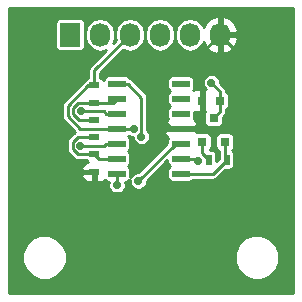
<source format=gtl>
G04 #@! TF.FileFunction,Copper,L1,Top,Signal*
%FSLAX46Y46*%
G04 Gerber Fmt 4.6, Leading zero omitted, Abs format (unit mm)*
G04 Created by KiCad (PCBNEW 4.0.1-stable) date 2/21/2016 12:36:31 PM*
%MOMM*%
G01*
G04 APERTURE LIST*
%ADD10C,0.100000*%
%ADD11R,0.800000X0.750000*%
%ADD12R,0.800100X0.800100*%
%ADD13R,1.727200X2.032000*%
%ADD14O,1.727200X2.032000*%
%ADD15R,0.900000X0.500000*%
%ADD16R,0.500000X0.900000*%
%ADD17R,1.500000X0.600000*%
%ADD18C,0.700000*%
%ADD19C,0.250000*%
%ADD20C,0.254000*%
G04 APERTURE END LIST*
D10*
D11*
X143350000Y-76600000D03*
X141850000Y-76600000D03*
D12*
X141850000Y-80075760D03*
X143750000Y-80075760D03*
X142800000Y-78076780D03*
D13*
X130650000Y-71025000D03*
D14*
X133190000Y-71025000D03*
X135730000Y-71025000D03*
X138270000Y-71025000D03*
X140810000Y-71025000D03*
X143350000Y-71025000D03*
D15*
X132700000Y-75300000D03*
X132700000Y-76800000D03*
X132700000Y-78225000D03*
X132700000Y-79725000D03*
X132700000Y-81150000D03*
X132700000Y-82650000D03*
D16*
X142400000Y-81600000D03*
X143900000Y-81600000D03*
D17*
X134625000Y-75165000D03*
X134625000Y-76435000D03*
X134625000Y-77705000D03*
X134625000Y-78975000D03*
X134625000Y-80245000D03*
X134625000Y-81515000D03*
X134625000Y-82785000D03*
X140025000Y-82785000D03*
X140025000Y-81515000D03*
X140025000Y-80245000D03*
X140025000Y-78975000D03*
X140025000Y-77705000D03*
X140025000Y-76435000D03*
X140025000Y-75165000D03*
D18*
X142625000Y-75075000D03*
X138625000Y-78300000D03*
X138225000Y-83375000D03*
X131525000Y-80425000D03*
X131550000Y-77500000D03*
X136050000Y-78975000D03*
X136425000Y-83400000D03*
X136700000Y-79650000D03*
X134625000Y-83775000D03*
X141475000Y-81725000D03*
D19*
X143350000Y-76600000D02*
X143350000Y-75800000D01*
X143350000Y-75800000D02*
X142625000Y-75075000D01*
X143350000Y-76600000D02*
X143350000Y-77526780D01*
X143350000Y-77526780D02*
X142800000Y-78076780D01*
X138225000Y-84450000D02*
X142800000Y-84450000D01*
X144775000Y-72450000D02*
X143350000Y-71025000D01*
X144775000Y-82475000D02*
X144775000Y-72450000D01*
X142800000Y-84450000D02*
X144775000Y-82475000D01*
X132700000Y-82650000D02*
X132700000Y-83700000D01*
X133450000Y-84450000D02*
X138225000Y-84450000D01*
X132700000Y-83700000D02*
X133450000Y-84450000D01*
X138625000Y-78300000D02*
X139300000Y-78975000D01*
X139300000Y-78975000D02*
X140025000Y-78975000D01*
X138225000Y-83375000D02*
X138225000Y-84450000D01*
X138225000Y-84450000D02*
X138225000Y-84400000D01*
X138225000Y-84400000D02*
X138225000Y-84450000D01*
X141850000Y-76600000D02*
X141850000Y-78150000D01*
X141025000Y-78975000D02*
X140025000Y-78975000D01*
X141850000Y-78150000D02*
X141025000Y-78975000D01*
X141850000Y-76600000D02*
X141850000Y-72525000D01*
X141850000Y-72525000D02*
X143350000Y-71025000D01*
X141850000Y-80075760D02*
X141850000Y-81050000D01*
X141850000Y-81050000D02*
X142400000Y-81600000D01*
X140025000Y-82785000D02*
X142715000Y-82785000D01*
X142715000Y-82785000D02*
X143900000Y-81600000D01*
X143750000Y-80075760D02*
X143750000Y-81450000D01*
X143750000Y-81450000D02*
X143900000Y-81600000D01*
X134625000Y-80245000D02*
X133705000Y-80245000D01*
X133525000Y-80425000D02*
X131525000Y-80425000D01*
X133705000Y-80245000D02*
X133525000Y-80425000D01*
X134625000Y-77705000D02*
X133730000Y-77705000D01*
X133525000Y-77500000D02*
X131550000Y-77500000D01*
X133730000Y-77705000D02*
X133525000Y-77500000D01*
X134625000Y-78975000D02*
X131500000Y-78975000D01*
X132200000Y-75300000D02*
X132700000Y-75300000D01*
X130475000Y-77025000D02*
X132200000Y-75300000D01*
X130475000Y-77950000D02*
X130475000Y-77025000D01*
X131500000Y-78975000D02*
X130475000Y-77950000D01*
X132700000Y-75300000D02*
X132700000Y-74055000D01*
X132700000Y-74055000D02*
X135730000Y-71025000D01*
X134625000Y-78975000D02*
X136050000Y-78975000D01*
X132700000Y-76800000D02*
X134260000Y-76800000D01*
X134260000Y-76800000D02*
X134625000Y-76435000D01*
X132700000Y-76800000D02*
X131300000Y-76800000D01*
X131375000Y-78225000D02*
X132700000Y-78225000D01*
X130900000Y-77750000D02*
X131375000Y-78225000D01*
X130900000Y-77200000D02*
X130900000Y-77750000D01*
X131300000Y-76800000D02*
X130900000Y-77200000D01*
X132700000Y-79725000D02*
X131300000Y-79725000D01*
X131350000Y-81150000D02*
X132700000Y-81150000D01*
X130875000Y-80675000D02*
X131350000Y-81150000D01*
X130875000Y-80150000D02*
X130875000Y-80675000D01*
X131300000Y-79725000D02*
X130875000Y-80150000D01*
X134625000Y-81515000D02*
X133065000Y-81515000D01*
X133065000Y-81515000D02*
X132700000Y-81150000D01*
X136425000Y-83400000D02*
X139580000Y-80245000D01*
X139580000Y-80245000D02*
X140025000Y-80245000D01*
X134625000Y-75165000D02*
X135515000Y-75165000D01*
X136700000Y-76350000D02*
X136700000Y-79650000D01*
X135515000Y-75165000D02*
X136700000Y-76350000D01*
X134625000Y-82785000D02*
X134625000Y-83775000D01*
X141265000Y-81515000D02*
X140025000Y-81515000D01*
X141475000Y-81725000D02*
X141265000Y-81515000D01*
D20*
G36*
X149544000Y-92919000D02*
X125456000Y-92919000D01*
X125456000Y-90247513D01*
X126618674Y-90247513D01*
X126904436Y-90939109D01*
X127433108Y-91468704D01*
X128124204Y-91755673D01*
X128872513Y-91756326D01*
X129564109Y-91470564D01*
X130093704Y-90941892D01*
X130380673Y-90250796D01*
X130380675Y-90247513D01*
X144593674Y-90247513D01*
X144879436Y-90939109D01*
X145408108Y-91468704D01*
X146099204Y-91755673D01*
X146847513Y-91756326D01*
X147539109Y-91470564D01*
X148068704Y-90941892D01*
X148355673Y-90250796D01*
X148356326Y-89502487D01*
X148070564Y-88810891D01*
X147541892Y-88281296D01*
X146850796Y-87994327D01*
X146102487Y-87993674D01*
X145410891Y-88279436D01*
X144881296Y-88808108D01*
X144594327Y-89499204D01*
X144593674Y-90247513D01*
X130380675Y-90247513D01*
X130381326Y-89502487D01*
X130095564Y-88810891D01*
X129566892Y-88281296D01*
X128875796Y-87994327D01*
X128127487Y-87993674D01*
X127435891Y-88279436D01*
X126906296Y-88808108D01*
X126619327Y-89499204D01*
X126618674Y-90247513D01*
X125456000Y-90247513D01*
X125456000Y-82933750D01*
X131615000Y-82933750D01*
X131615000Y-83026309D01*
X131711673Y-83259698D01*
X131890301Y-83438327D01*
X132123690Y-83535000D01*
X132414250Y-83535000D01*
X132573000Y-83376250D01*
X132573000Y-82775000D01*
X131773750Y-82775000D01*
X131615000Y-82933750D01*
X125456000Y-82933750D01*
X125456000Y-77025000D01*
X129969000Y-77025000D01*
X129969000Y-77950000D01*
X130007517Y-78143638D01*
X130117204Y-78307796D01*
X131082721Y-79273313D01*
X131016066Y-79317851D01*
X130942204Y-79367204D01*
X130517204Y-79792204D01*
X130407517Y-79956362D01*
X130369000Y-80150000D01*
X130369000Y-80675000D01*
X130407517Y-80868638D01*
X130517204Y-81032796D01*
X130992204Y-81507796D01*
X131156362Y-81617483D01*
X131350000Y-81656000D01*
X131961981Y-81656000D01*
X131971546Y-81670865D01*
X132098866Y-81757859D01*
X132134130Y-81765000D01*
X132123690Y-81765000D01*
X131890301Y-81861673D01*
X131711673Y-82040302D01*
X131615000Y-82273691D01*
X131615000Y-82366250D01*
X131773750Y-82525000D01*
X132573000Y-82525000D01*
X132573000Y-82503000D01*
X132827000Y-82503000D01*
X132827000Y-82525000D01*
X132847000Y-82525000D01*
X132847000Y-82775000D01*
X132827000Y-82775000D01*
X132827000Y-83376250D01*
X132985750Y-83535000D01*
X133276310Y-83535000D01*
X133509699Y-83438327D01*
X133594829Y-83353197D01*
X133596546Y-83355865D01*
X133723866Y-83442859D01*
X133875000Y-83473464D01*
X133958694Y-83473464D01*
X133894127Y-83628957D01*
X133893874Y-83919767D01*
X134004927Y-84188537D01*
X134210381Y-84394350D01*
X134478957Y-84505873D01*
X134769767Y-84506126D01*
X135038537Y-84395073D01*
X135244350Y-84189619D01*
X135355873Y-83921043D01*
X135356126Y-83630233D01*
X135291351Y-83473464D01*
X135375000Y-83473464D01*
X135516190Y-83446897D01*
X135645865Y-83363454D01*
X135694093Y-83292870D01*
X135693874Y-83544767D01*
X135804927Y-83813537D01*
X136010381Y-84019350D01*
X136278957Y-84130873D01*
X136569767Y-84131126D01*
X136838537Y-84020073D01*
X137044350Y-83814619D01*
X137155873Y-83546043D01*
X137156013Y-83384579D01*
X138886536Y-81654056D01*
X138886536Y-81815000D01*
X138913103Y-81956190D01*
X138996546Y-82085865D01*
X139091187Y-82150530D01*
X139004135Y-82206546D01*
X138917141Y-82333866D01*
X138886536Y-82485000D01*
X138886536Y-83085000D01*
X138913103Y-83226190D01*
X138996546Y-83355865D01*
X139123866Y-83442859D01*
X139275000Y-83473464D01*
X140775000Y-83473464D01*
X140916190Y-83446897D01*
X141045865Y-83363454D01*
X141095371Y-83291000D01*
X142715000Y-83291000D01*
X142908638Y-83252483D01*
X143072796Y-83142796D01*
X143777128Y-82438464D01*
X144150000Y-82438464D01*
X144291190Y-82411897D01*
X144420865Y-82328454D01*
X144507859Y-82201134D01*
X144538464Y-82050000D01*
X144538464Y-81150000D01*
X144511897Y-81008810D01*
X144428454Y-80879135D01*
X144330679Y-80812329D01*
X144420915Y-80754264D01*
X144507909Y-80626944D01*
X144538514Y-80475810D01*
X144538514Y-79675710D01*
X144511947Y-79534520D01*
X144428504Y-79404845D01*
X144301184Y-79317851D01*
X144150050Y-79287246D01*
X143349950Y-79287246D01*
X143208760Y-79313813D01*
X143079085Y-79397256D01*
X142992091Y-79524576D01*
X142961486Y-79675710D01*
X142961486Y-80475810D01*
X142988053Y-80617000D01*
X143071496Y-80746675D01*
X143198816Y-80833669D01*
X143244000Y-80842819D01*
X143244000Y-81450000D01*
X143259000Y-81525408D01*
X143038464Y-81745944D01*
X143038464Y-81150000D01*
X143011897Y-81008810D01*
X142928454Y-80879135D01*
X142801134Y-80792141D01*
X142650000Y-80761536D01*
X142509614Y-80761536D01*
X142520915Y-80754264D01*
X142607909Y-80626944D01*
X142638514Y-80475810D01*
X142638514Y-79675710D01*
X142611947Y-79534520D01*
X142528504Y-79404845D01*
X142401184Y-79317851D01*
X142250050Y-79287246D01*
X141449950Y-79287246D01*
X141410000Y-79294763D01*
X141410000Y-79260750D01*
X141251250Y-79102000D01*
X140152000Y-79102000D01*
X140152000Y-79122000D01*
X139898000Y-79122000D01*
X139898000Y-79102000D01*
X138798750Y-79102000D01*
X138640000Y-79260750D01*
X138640000Y-79401310D01*
X138736673Y-79634699D01*
X138913554Y-79811579D01*
X138886536Y-79945000D01*
X138886536Y-80222872D01*
X136440395Y-82669013D01*
X136280233Y-82668874D01*
X136011463Y-82779927D01*
X135805650Y-82985381D01*
X135762683Y-83088856D01*
X135763464Y-83085000D01*
X135763464Y-82485000D01*
X135736897Y-82343810D01*
X135653454Y-82214135D01*
X135558813Y-82149470D01*
X135645865Y-82093454D01*
X135732859Y-81966134D01*
X135763464Y-81815000D01*
X135763464Y-81215000D01*
X135736897Y-81073810D01*
X135653454Y-80944135D01*
X135558813Y-80879470D01*
X135645865Y-80823454D01*
X135732859Y-80696134D01*
X135763464Y-80545000D01*
X135763464Y-79945000D01*
X135736897Y-79803810D01*
X135653454Y-79674135D01*
X135558813Y-79609470D01*
X135614624Y-79573557D01*
X135635381Y-79594350D01*
X135903957Y-79705873D01*
X135968951Y-79705930D01*
X135968874Y-79794767D01*
X136079927Y-80063537D01*
X136285381Y-80269350D01*
X136553957Y-80380873D01*
X136844767Y-80381126D01*
X137113537Y-80270073D01*
X137319350Y-80064619D01*
X137430873Y-79796043D01*
X137431126Y-79505233D01*
X137320073Y-79236463D01*
X137206000Y-79122191D01*
X137206000Y-78548690D01*
X138640000Y-78548690D01*
X138640000Y-78689250D01*
X138798750Y-78848000D01*
X139898000Y-78848000D01*
X139898000Y-78828000D01*
X140152000Y-78828000D01*
X140152000Y-78848000D01*
X141251250Y-78848000D01*
X141410000Y-78689250D01*
X141410000Y-78548690D01*
X141313327Y-78315301D01*
X141136446Y-78138421D01*
X141163464Y-78005000D01*
X141163464Y-77543632D01*
X141323691Y-77610000D01*
X141564250Y-77610000D01*
X141723000Y-77451250D01*
X141723000Y-76727000D01*
X141703000Y-76727000D01*
X141703000Y-76473000D01*
X141723000Y-76473000D01*
X141723000Y-75748750D01*
X141564250Y-75590000D01*
X141323691Y-75590000D01*
X141090302Y-75686673D01*
X141072495Y-75704480D01*
X141132859Y-75616134D01*
X141163464Y-75465000D01*
X141163464Y-75219767D01*
X141893874Y-75219767D01*
X142004927Y-75488537D01*
X142120969Y-75604781D01*
X141977000Y-75748750D01*
X141977000Y-76473000D01*
X141997000Y-76473000D01*
X141997000Y-76727000D01*
X141977000Y-76727000D01*
X141977000Y-77451250D01*
X142045848Y-77520098D01*
X142042091Y-77525596D01*
X142011486Y-77676730D01*
X142011486Y-78476830D01*
X142038053Y-78618020D01*
X142121496Y-78747695D01*
X142248816Y-78834689D01*
X142399950Y-78865294D01*
X143200050Y-78865294D01*
X143341240Y-78838727D01*
X143470915Y-78755284D01*
X143557909Y-78627964D01*
X143588514Y-78476830D01*
X143588514Y-78003858D01*
X143707796Y-77884576D01*
X143817483Y-77720418D01*
X143856000Y-77526780D01*
X143856000Y-77343519D01*
X143891190Y-77336897D01*
X144020865Y-77253454D01*
X144107859Y-77126134D01*
X144138464Y-76975000D01*
X144138464Y-76225000D01*
X144111897Y-76083810D01*
X144028454Y-75954135D01*
X143901134Y-75867141D01*
X143856000Y-75858001D01*
X143856000Y-75800000D01*
X143817483Y-75606362D01*
X143707796Y-75442204D01*
X143355987Y-75090395D01*
X143356126Y-74930233D01*
X143245073Y-74661463D01*
X143039619Y-74455650D01*
X142771043Y-74344127D01*
X142480233Y-74343874D01*
X142211463Y-74454927D01*
X142005650Y-74660381D01*
X141894127Y-74928957D01*
X141893874Y-75219767D01*
X141163464Y-75219767D01*
X141163464Y-74865000D01*
X141136897Y-74723810D01*
X141053454Y-74594135D01*
X140926134Y-74507141D01*
X140775000Y-74476536D01*
X139275000Y-74476536D01*
X139133810Y-74503103D01*
X139004135Y-74586546D01*
X138917141Y-74713866D01*
X138886536Y-74865000D01*
X138886536Y-75465000D01*
X138913103Y-75606190D01*
X138996546Y-75735865D01*
X139091187Y-75800530D01*
X139004135Y-75856546D01*
X138917141Y-75983866D01*
X138886536Y-76135000D01*
X138886536Y-76735000D01*
X138913103Y-76876190D01*
X138996546Y-77005865D01*
X139091187Y-77070530D01*
X139004135Y-77126546D01*
X138917141Y-77253866D01*
X138886536Y-77405000D01*
X138886536Y-78005000D01*
X138911944Y-78140031D01*
X138736673Y-78315301D01*
X138640000Y-78548690D01*
X137206000Y-78548690D01*
X137206000Y-76350000D01*
X137167483Y-76156362D01*
X137057796Y-75992204D01*
X135872796Y-74807204D01*
X135728531Y-74710809D01*
X135653454Y-74594135D01*
X135526134Y-74507141D01*
X135375000Y-74476536D01*
X133875000Y-74476536D01*
X133733810Y-74503103D01*
X133604135Y-74586546D01*
X133517141Y-74713866D01*
X133486536Y-74865000D01*
X133486536Y-74869398D01*
X133428454Y-74779135D01*
X133301134Y-74692141D01*
X133206000Y-74672876D01*
X133206000Y-74264592D01*
X135171137Y-72299455D01*
X135253712Y-72354629D01*
X135730000Y-72449369D01*
X136206288Y-72354629D01*
X136610065Y-72084834D01*
X136879860Y-71681057D01*
X136974600Y-71204769D01*
X136974600Y-70845231D01*
X137025400Y-70845231D01*
X137025400Y-71204769D01*
X137120140Y-71681057D01*
X137389935Y-72084834D01*
X137793712Y-72354629D01*
X138270000Y-72449369D01*
X138746288Y-72354629D01*
X139150065Y-72084834D01*
X139419860Y-71681057D01*
X139514600Y-71204769D01*
X139514600Y-70845231D01*
X139565400Y-70845231D01*
X139565400Y-71204769D01*
X139660140Y-71681057D01*
X139929935Y-72084834D01*
X140333712Y-72354629D01*
X140810000Y-72449369D01*
X141286288Y-72354629D01*
X141690065Y-72084834D01*
X141959860Y-71681057D01*
X141962704Y-71666757D01*
X142058046Y-71939320D01*
X142447964Y-72375732D01*
X142975209Y-72629709D01*
X142990974Y-72632358D01*
X143223000Y-72511217D01*
X143223000Y-71152000D01*
X143477000Y-71152000D01*
X143477000Y-72511217D01*
X143709026Y-72632358D01*
X143724791Y-72629709D01*
X144252036Y-72375732D01*
X144641954Y-71939320D01*
X144835184Y-71386913D01*
X144690924Y-71152000D01*
X143477000Y-71152000D01*
X143223000Y-71152000D01*
X143203000Y-71152000D01*
X143203000Y-70898000D01*
X143223000Y-70898000D01*
X143223000Y-69538783D01*
X143477000Y-69538783D01*
X143477000Y-70898000D01*
X144690924Y-70898000D01*
X144835184Y-70663087D01*
X144641954Y-70110680D01*
X144252036Y-69674268D01*
X143724791Y-69420291D01*
X143709026Y-69417642D01*
X143477000Y-69538783D01*
X143223000Y-69538783D01*
X142990974Y-69417642D01*
X142975209Y-69420291D01*
X142447964Y-69674268D01*
X142058046Y-70110680D01*
X141962704Y-70383243D01*
X141959860Y-70368943D01*
X141690065Y-69965166D01*
X141286288Y-69695371D01*
X140810000Y-69600631D01*
X140333712Y-69695371D01*
X139929935Y-69965166D01*
X139660140Y-70368943D01*
X139565400Y-70845231D01*
X139514600Y-70845231D01*
X139419860Y-70368943D01*
X139150065Y-69965166D01*
X138746288Y-69695371D01*
X138270000Y-69600631D01*
X137793712Y-69695371D01*
X137389935Y-69965166D01*
X137120140Y-70368943D01*
X137025400Y-70845231D01*
X136974600Y-70845231D01*
X136879860Y-70368943D01*
X136610065Y-69965166D01*
X136206288Y-69695371D01*
X135730000Y-69600631D01*
X135253712Y-69695371D01*
X134849935Y-69965166D01*
X134580140Y-70368943D01*
X134485400Y-70845231D01*
X134485400Y-71204769D01*
X134543343Y-71496065D01*
X134302625Y-71736783D01*
X134339860Y-71681057D01*
X134434600Y-71204769D01*
X134434600Y-70845231D01*
X134339860Y-70368943D01*
X134070065Y-69965166D01*
X133666288Y-69695371D01*
X133190000Y-69600631D01*
X132713712Y-69695371D01*
X132309935Y-69965166D01*
X132040140Y-70368943D01*
X131945400Y-70845231D01*
X131945400Y-71204769D01*
X132040140Y-71681057D01*
X132309935Y-72084834D01*
X132713712Y-72354629D01*
X133190000Y-72449369D01*
X133666288Y-72354629D01*
X133722014Y-72317394D01*
X132342204Y-73697204D01*
X132232517Y-73861362D01*
X132194000Y-74055000D01*
X132194000Y-74672073D01*
X132108810Y-74688103D01*
X131979135Y-74771546D01*
X131892141Y-74898866D01*
X131889806Y-74910397D01*
X131842204Y-74942204D01*
X130117204Y-76667204D01*
X130007517Y-76831362D01*
X129969000Y-77025000D01*
X125456000Y-77025000D01*
X125456000Y-70009000D01*
X129397936Y-70009000D01*
X129397936Y-72041000D01*
X129424503Y-72182190D01*
X129507946Y-72311865D01*
X129635266Y-72398859D01*
X129786400Y-72429464D01*
X131513600Y-72429464D01*
X131654790Y-72402897D01*
X131784465Y-72319454D01*
X131871459Y-72192134D01*
X131902064Y-72041000D01*
X131902064Y-70009000D01*
X131875497Y-69867810D01*
X131792054Y-69738135D01*
X131664734Y-69651141D01*
X131513600Y-69620536D01*
X129786400Y-69620536D01*
X129645210Y-69647103D01*
X129515535Y-69730546D01*
X129428541Y-69857866D01*
X129397936Y-70009000D01*
X125456000Y-70009000D01*
X125456000Y-68806000D01*
X149544000Y-68806000D01*
X149544000Y-92919000D01*
X149544000Y-92919000D01*
G37*
X149544000Y-92919000D02*
X125456000Y-92919000D01*
X125456000Y-90247513D01*
X126618674Y-90247513D01*
X126904436Y-90939109D01*
X127433108Y-91468704D01*
X128124204Y-91755673D01*
X128872513Y-91756326D01*
X129564109Y-91470564D01*
X130093704Y-90941892D01*
X130380673Y-90250796D01*
X130380675Y-90247513D01*
X144593674Y-90247513D01*
X144879436Y-90939109D01*
X145408108Y-91468704D01*
X146099204Y-91755673D01*
X146847513Y-91756326D01*
X147539109Y-91470564D01*
X148068704Y-90941892D01*
X148355673Y-90250796D01*
X148356326Y-89502487D01*
X148070564Y-88810891D01*
X147541892Y-88281296D01*
X146850796Y-87994327D01*
X146102487Y-87993674D01*
X145410891Y-88279436D01*
X144881296Y-88808108D01*
X144594327Y-89499204D01*
X144593674Y-90247513D01*
X130380675Y-90247513D01*
X130381326Y-89502487D01*
X130095564Y-88810891D01*
X129566892Y-88281296D01*
X128875796Y-87994327D01*
X128127487Y-87993674D01*
X127435891Y-88279436D01*
X126906296Y-88808108D01*
X126619327Y-89499204D01*
X126618674Y-90247513D01*
X125456000Y-90247513D01*
X125456000Y-82933750D01*
X131615000Y-82933750D01*
X131615000Y-83026309D01*
X131711673Y-83259698D01*
X131890301Y-83438327D01*
X132123690Y-83535000D01*
X132414250Y-83535000D01*
X132573000Y-83376250D01*
X132573000Y-82775000D01*
X131773750Y-82775000D01*
X131615000Y-82933750D01*
X125456000Y-82933750D01*
X125456000Y-77025000D01*
X129969000Y-77025000D01*
X129969000Y-77950000D01*
X130007517Y-78143638D01*
X130117204Y-78307796D01*
X131082721Y-79273313D01*
X131016066Y-79317851D01*
X130942204Y-79367204D01*
X130517204Y-79792204D01*
X130407517Y-79956362D01*
X130369000Y-80150000D01*
X130369000Y-80675000D01*
X130407517Y-80868638D01*
X130517204Y-81032796D01*
X130992204Y-81507796D01*
X131156362Y-81617483D01*
X131350000Y-81656000D01*
X131961981Y-81656000D01*
X131971546Y-81670865D01*
X132098866Y-81757859D01*
X132134130Y-81765000D01*
X132123690Y-81765000D01*
X131890301Y-81861673D01*
X131711673Y-82040302D01*
X131615000Y-82273691D01*
X131615000Y-82366250D01*
X131773750Y-82525000D01*
X132573000Y-82525000D01*
X132573000Y-82503000D01*
X132827000Y-82503000D01*
X132827000Y-82525000D01*
X132847000Y-82525000D01*
X132847000Y-82775000D01*
X132827000Y-82775000D01*
X132827000Y-83376250D01*
X132985750Y-83535000D01*
X133276310Y-83535000D01*
X133509699Y-83438327D01*
X133594829Y-83353197D01*
X133596546Y-83355865D01*
X133723866Y-83442859D01*
X133875000Y-83473464D01*
X133958694Y-83473464D01*
X133894127Y-83628957D01*
X133893874Y-83919767D01*
X134004927Y-84188537D01*
X134210381Y-84394350D01*
X134478957Y-84505873D01*
X134769767Y-84506126D01*
X135038537Y-84395073D01*
X135244350Y-84189619D01*
X135355873Y-83921043D01*
X135356126Y-83630233D01*
X135291351Y-83473464D01*
X135375000Y-83473464D01*
X135516190Y-83446897D01*
X135645865Y-83363454D01*
X135694093Y-83292870D01*
X135693874Y-83544767D01*
X135804927Y-83813537D01*
X136010381Y-84019350D01*
X136278957Y-84130873D01*
X136569767Y-84131126D01*
X136838537Y-84020073D01*
X137044350Y-83814619D01*
X137155873Y-83546043D01*
X137156013Y-83384579D01*
X138886536Y-81654056D01*
X138886536Y-81815000D01*
X138913103Y-81956190D01*
X138996546Y-82085865D01*
X139091187Y-82150530D01*
X139004135Y-82206546D01*
X138917141Y-82333866D01*
X138886536Y-82485000D01*
X138886536Y-83085000D01*
X138913103Y-83226190D01*
X138996546Y-83355865D01*
X139123866Y-83442859D01*
X139275000Y-83473464D01*
X140775000Y-83473464D01*
X140916190Y-83446897D01*
X141045865Y-83363454D01*
X141095371Y-83291000D01*
X142715000Y-83291000D01*
X142908638Y-83252483D01*
X143072796Y-83142796D01*
X143777128Y-82438464D01*
X144150000Y-82438464D01*
X144291190Y-82411897D01*
X144420865Y-82328454D01*
X144507859Y-82201134D01*
X144538464Y-82050000D01*
X144538464Y-81150000D01*
X144511897Y-81008810D01*
X144428454Y-80879135D01*
X144330679Y-80812329D01*
X144420915Y-80754264D01*
X144507909Y-80626944D01*
X144538514Y-80475810D01*
X144538514Y-79675710D01*
X144511947Y-79534520D01*
X144428504Y-79404845D01*
X144301184Y-79317851D01*
X144150050Y-79287246D01*
X143349950Y-79287246D01*
X143208760Y-79313813D01*
X143079085Y-79397256D01*
X142992091Y-79524576D01*
X142961486Y-79675710D01*
X142961486Y-80475810D01*
X142988053Y-80617000D01*
X143071496Y-80746675D01*
X143198816Y-80833669D01*
X143244000Y-80842819D01*
X143244000Y-81450000D01*
X143259000Y-81525408D01*
X143038464Y-81745944D01*
X143038464Y-81150000D01*
X143011897Y-81008810D01*
X142928454Y-80879135D01*
X142801134Y-80792141D01*
X142650000Y-80761536D01*
X142509614Y-80761536D01*
X142520915Y-80754264D01*
X142607909Y-80626944D01*
X142638514Y-80475810D01*
X142638514Y-79675710D01*
X142611947Y-79534520D01*
X142528504Y-79404845D01*
X142401184Y-79317851D01*
X142250050Y-79287246D01*
X141449950Y-79287246D01*
X141410000Y-79294763D01*
X141410000Y-79260750D01*
X141251250Y-79102000D01*
X140152000Y-79102000D01*
X140152000Y-79122000D01*
X139898000Y-79122000D01*
X139898000Y-79102000D01*
X138798750Y-79102000D01*
X138640000Y-79260750D01*
X138640000Y-79401310D01*
X138736673Y-79634699D01*
X138913554Y-79811579D01*
X138886536Y-79945000D01*
X138886536Y-80222872D01*
X136440395Y-82669013D01*
X136280233Y-82668874D01*
X136011463Y-82779927D01*
X135805650Y-82985381D01*
X135762683Y-83088856D01*
X135763464Y-83085000D01*
X135763464Y-82485000D01*
X135736897Y-82343810D01*
X135653454Y-82214135D01*
X135558813Y-82149470D01*
X135645865Y-82093454D01*
X135732859Y-81966134D01*
X135763464Y-81815000D01*
X135763464Y-81215000D01*
X135736897Y-81073810D01*
X135653454Y-80944135D01*
X135558813Y-80879470D01*
X135645865Y-80823454D01*
X135732859Y-80696134D01*
X135763464Y-80545000D01*
X135763464Y-79945000D01*
X135736897Y-79803810D01*
X135653454Y-79674135D01*
X135558813Y-79609470D01*
X135614624Y-79573557D01*
X135635381Y-79594350D01*
X135903957Y-79705873D01*
X135968951Y-79705930D01*
X135968874Y-79794767D01*
X136079927Y-80063537D01*
X136285381Y-80269350D01*
X136553957Y-80380873D01*
X136844767Y-80381126D01*
X137113537Y-80270073D01*
X137319350Y-80064619D01*
X137430873Y-79796043D01*
X137431126Y-79505233D01*
X137320073Y-79236463D01*
X137206000Y-79122191D01*
X137206000Y-78548690D01*
X138640000Y-78548690D01*
X138640000Y-78689250D01*
X138798750Y-78848000D01*
X139898000Y-78848000D01*
X139898000Y-78828000D01*
X140152000Y-78828000D01*
X140152000Y-78848000D01*
X141251250Y-78848000D01*
X141410000Y-78689250D01*
X141410000Y-78548690D01*
X141313327Y-78315301D01*
X141136446Y-78138421D01*
X141163464Y-78005000D01*
X141163464Y-77543632D01*
X141323691Y-77610000D01*
X141564250Y-77610000D01*
X141723000Y-77451250D01*
X141723000Y-76727000D01*
X141703000Y-76727000D01*
X141703000Y-76473000D01*
X141723000Y-76473000D01*
X141723000Y-75748750D01*
X141564250Y-75590000D01*
X141323691Y-75590000D01*
X141090302Y-75686673D01*
X141072495Y-75704480D01*
X141132859Y-75616134D01*
X141163464Y-75465000D01*
X141163464Y-75219767D01*
X141893874Y-75219767D01*
X142004927Y-75488537D01*
X142120969Y-75604781D01*
X141977000Y-75748750D01*
X141977000Y-76473000D01*
X141997000Y-76473000D01*
X141997000Y-76727000D01*
X141977000Y-76727000D01*
X141977000Y-77451250D01*
X142045848Y-77520098D01*
X142042091Y-77525596D01*
X142011486Y-77676730D01*
X142011486Y-78476830D01*
X142038053Y-78618020D01*
X142121496Y-78747695D01*
X142248816Y-78834689D01*
X142399950Y-78865294D01*
X143200050Y-78865294D01*
X143341240Y-78838727D01*
X143470915Y-78755284D01*
X143557909Y-78627964D01*
X143588514Y-78476830D01*
X143588514Y-78003858D01*
X143707796Y-77884576D01*
X143817483Y-77720418D01*
X143856000Y-77526780D01*
X143856000Y-77343519D01*
X143891190Y-77336897D01*
X144020865Y-77253454D01*
X144107859Y-77126134D01*
X144138464Y-76975000D01*
X144138464Y-76225000D01*
X144111897Y-76083810D01*
X144028454Y-75954135D01*
X143901134Y-75867141D01*
X143856000Y-75858001D01*
X143856000Y-75800000D01*
X143817483Y-75606362D01*
X143707796Y-75442204D01*
X143355987Y-75090395D01*
X143356126Y-74930233D01*
X143245073Y-74661463D01*
X143039619Y-74455650D01*
X142771043Y-74344127D01*
X142480233Y-74343874D01*
X142211463Y-74454927D01*
X142005650Y-74660381D01*
X141894127Y-74928957D01*
X141893874Y-75219767D01*
X141163464Y-75219767D01*
X141163464Y-74865000D01*
X141136897Y-74723810D01*
X141053454Y-74594135D01*
X140926134Y-74507141D01*
X140775000Y-74476536D01*
X139275000Y-74476536D01*
X139133810Y-74503103D01*
X139004135Y-74586546D01*
X138917141Y-74713866D01*
X138886536Y-74865000D01*
X138886536Y-75465000D01*
X138913103Y-75606190D01*
X138996546Y-75735865D01*
X139091187Y-75800530D01*
X139004135Y-75856546D01*
X138917141Y-75983866D01*
X138886536Y-76135000D01*
X138886536Y-76735000D01*
X138913103Y-76876190D01*
X138996546Y-77005865D01*
X139091187Y-77070530D01*
X139004135Y-77126546D01*
X138917141Y-77253866D01*
X138886536Y-77405000D01*
X138886536Y-78005000D01*
X138911944Y-78140031D01*
X138736673Y-78315301D01*
X138640000Y-78548690D01*
X137206000Y-78548690D01*
X137206000Y-76350000D01*
X137167483Y-76156362D01*
X137057796Y-75992204D01*
X135872796Y-74807204D01*
X135728531Y-74710809D01*
X135653454Y-74594135D01*
X135526134Y-74507141D01*
X135375000Y-74476536D01*
X133875000Y-74476536D01*
X133733810Y-74503103D01*
X133604135Y-74586546D01*
X133517141Y-74713866D01*
X133486536Y-74865000D01*
X133486536Y-74869398D01*
X133428454Y-74779135D01*
X133301134Y-74692141D01*
X133206000Y-74672876D01*
X133206000Y-74264592D01*
X135171137Y-72299455D01*
X135253712Y-72354629D01*
X135730000Y-72449369D01*
X136206288Y-72354629D01*
X136610065Y-72084834D01*
X136879860Y-71681057D01*
X136974600Y-71204769D01*
X136974600Y-70845231D01*
X137025400Y-70845231D01*
X137025400Y-71204769D01*
X137120140Y-71681057D01*
X137389935Y-72084834D01*
X137793712Y-72354629D01*
X138270000Y-72449369D01*
X138746288Y-72354629D01*
X139150065Y-72084834D01*
X139419860Y-71681057D01*
X139514600Y-71204769D01*
X139514600Y-70845231D01*
X139565400Y-70845231D01*
X139565400Y-71204769D01*
X139660140Y-71681057D01*
X139929935Y-72084834D01*
X140333712Y-72354629D01*
X140810000Y-72449369D01*
X141286288Y-72354629D01*
X141690065Y-72084834D01*
X141959860Y-71681057D01*
X141962704Y-71666757D01*
X142058046Y-71939320D01*
X142447964Y-72375732D01*
X142975209Y-72629709D01*
X142990974Y-72632358D01*
X143223000Y-72511217D01*
X143223000Y-71152000D01*
X143477000Y-71152000D01*
X143477000Y-72511217D01*
X143709026Y-72632358D01*
X143724791Y-72629709D01*
X144252036Y-72375732D01*
X144641954Y-71939320D01*
X144835184Y-71386913D01*
X144690924Y-71152000D01*
X143477000Y-71152000D01*
X143223000Y-71152000D01*
X143203000Y-71152000D01*
X143203000Y-70898000D01*
X143223000Y-70898000D01*
X143223000Y-69538783D01*
X143477000Y-69538783D01*
X143477000Y-70898000D01*
X144690924Y-70898000D01*
X144835184Y-70663087D01*
X144641954Y-70110680D01*
X144252036Y-69674268D01*
X143724791Y-69420291D01*
X143709026Y-69417642D01*
X143477000Y-69538783D01*
X143223000Y-69538783D01*
X142990974Y-69417642D01*
X142975209Y-69420291D01*
X142447964Y-69674268D01*
X142058046Y-70110680D01*
X141962704Y-70383243D01*
X141959860Y-70368943D01*
X141690065Y-69965166D01*
X141286288Y-69695371D01*
X140810000Y-69600631D01*
X140333712Y-69695371D01*
X139929935Y-69965166D01*
X139660140Y-70368943D01*
X139565400Y-70845231D01*
X139514600Y-70845231D01*
X139419860Y-70368943D01*
X139150065Y-69965166D01*
X138746288Y-69695371D01*
X138270000Y-69600631D01*
X137793712Y-69695371D01*
X137389935Y-69965166D01*
X137120140Y-70368943D01*
X137025400Y-70845231D01*
X136974600Y-70845231D01*
X136879860Y-70368943D01*
X136610065Y-69965166D01*
X136206288Y-69695371D01*
X135730000Y-69600631D01*
X135253712Y-69695371D01*
X134849935Y-69965166D01*
X134580140Y-70368943D01*
X134485400Y-70845231D01*
X134485400Y-71204769D01*
X134543343Y-71496065D01*
X134302625Y-71736783D01*
X134339860Y-71681057D01*
X134434600Y-71204769D01*
X134434600Y-70845231D01*
X134339860Y-70368943D01*
X134070065Y-69965166D01*
X133666288Y-69695371D01*
X133190000Y-69600631D01*
X132713712Y-69695371D01*
X132309935Y-69965166D01*
X132040140Y-70368943D01*
X131945400Y-70845231D01*
X131945400Y-71204769D01*
X132040140Y-71681057D01*
X132309935Y-72084834D01*
X132713712Y-72354629D01*
X133190000Y-72449369D01*
X133666288Y-72354629D01*
X133722014Y-72317394D01*
X132342204Y-73697204D01*
X132232517Y-73861362D01*
X132194000Y-74055000D01*
X132194000Y-74672073D01*
X132108810Y-74688103D01*
X131979135Y-74771546D01*
X131892141Y-74898866D01*
X131889806Y-74910397D01*
X131842204Y-74942204D01*
X130117204Y-76667204D01*
X130007517Y-76831362D01*
X129969000Y-77025000D01*
X125456000Y-77025000D01*
X125456000Y-70009000D01*
X129397936Y-70009000D01*
X129397936Y-72041000D01*
X129424503Y-72182190D01*
X129507946Y-72311865D01*
X129635266Y-72398859D01*
X129786400Y-72429464D01*
X131513600Y-72429464D01*
X131654790Y-72402897D01*
X131784465Y-72319454D01*
X131871459Y-72192134D01*
X131902064Y-72041000D01*
X131902064Y-70009000D01*
X131875497Y-69867810D01*
X131792054Y-69738135D01*
X131664734Y-69651141D01*
X131513600Y-69620536D01*
X129786400Y-69620536D01*
X129645210Y-69647103D01*
X129515535Y-69730546D01*
X129428541Y-69857866D01*
X129397936Y-70009000D01*
X125456000Y-70009000D01*
X125456000Y-68806000D01*
X149544000Y-68806000D01*
X149544000Y-92919000D01*
M02*

</source>
